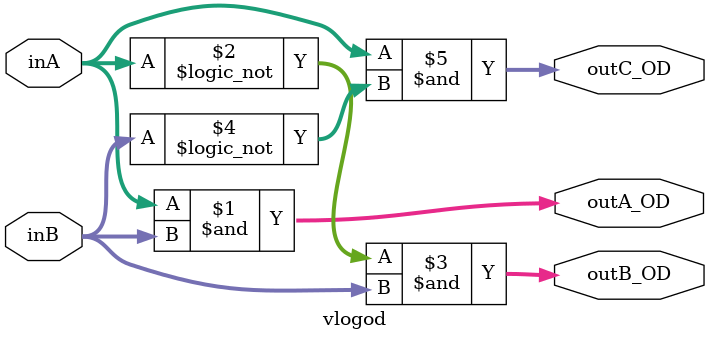
<source format=v>
/**************************************
 * Verilog source constraint example
 *   Open Drain Output for Synplicity
 *           2/08/2001 
 * Lattice Semiconductor Corporation 
"**************************************/

/** Verilog Synplicity syntax for Open Drain output
    Note: There is no dedicated attribute of Opendrain in Verilog.
          The IO_TYPES attibute can be used to assign Opendrain to a pin. */
//   output [PinName] /* synthesis IO_TYPES="LVCMOS33_OD,[DriveCurrent]" */; 
//   output [PinName] /* synthesis IO_TYPES="LVCMOS25_OD,[DriveCurrent]" */; 
//   output [PinName] /* synthesis IO_TYPES="LVCMOS18_OD,[DriveCurrent]" */; 

/*   
     DriveCurrent(mA) = 20, 16, 12, 8, 5, 4 or NONE;

****************************************************************************/


module vlogod(inA,inB,outA_OD,outB_OD,outC_OD);

input	[3:0] inA;
input	[3:0] inB;
output 	[3:0] outA_OD /* synthesis IO_TYPES="LVCMOS33_OD,-,LVCMOS33_OD,-,LVCMOS33_OD,-,LVCMOS33_OD,-"*/;
output 	[3:0] outB_OD /* synthesis IO_TYPES="LVCMOS25_OD,-,LVCMOS25_OD,-,LVCMOS25_OD,-,LVCMOS25_OD,-"*/;
output 	[3:0] outC_OD /* synthesis IO_TYPES="LVCMOS18_OD,-,LVCMOS18_OD,-,LVCMOS18_OD,-,LVCMOS18_OD,-"*/;

/*** Open Drain constraints on output pins ***/

assign outA_OD = inA & inB;
assign outB_OD = !inA & inB;
assign outC_OD = inA & !inB;

endmodule



</source>
